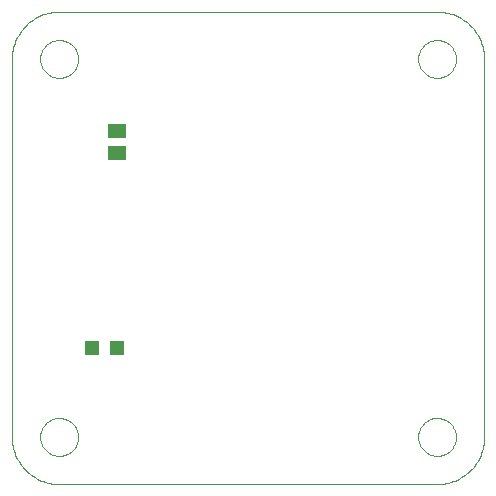
<source format=gtp>
G75*
G70*
%OFA0B0*%
%FSLAX24Y24*%
%IPPOS*%
%LPD*%
%AMOC8*
5,1,8,0,0,1.08239X$1,22.5*
%
%ADD10R,0.0472X0.0472*%
%ADD11R,0.0591X0.0512*%
%ADD12C,0.0000*%
D10*
X008286Y007948D03*
X009113Y007948D03*
D11*
X009104Y014442D03*
X009104Y015190D03*
D12*
X005612Y017589D02*
X005612Y004990D01*
X006557Y004990D02*
X006559Y005040D01*
X006565Y005090D01*
X006575Y005139D01*
X006589Y005187D01*
X006606Y005234D01*
X006627Y005279D01*
X006652Y005323D01*
X006680Y005364D01*
X006712Y005403D01*
X006746Y005440D01*
X006783Y005474D01*
X006823Y005504D01*
X006865Y005531D01*
X006909Y005555D01*
X006955Y005576D01*
X007002Y005592D01*
X007050Y005605D01*
X007100Y005614D01*
X007149Y005619D01*
X007200Y005620D01*
X007250Y005617D01*
X007299Y005610D01*
X007348Y005599D01*
X007396Y005584D01*
X007442Y005566D01*
X007487Y005544D01*
X007530Y005518D01*
X007571Y005489D01*
X007610Y005457D01*
X007646Y005422D01*
X007678Y005384D01*
X007708Y005344D01*
X007735Y005301D01*
X007758Y005257D01*
X007777Y005211D01*
X007793Y005163D01*
X007805Y005114D01*
X007813Y005065D01*
X007817Y005015D01*
X007817Y004965D01*
X007813Y004915D01*
X007805Y004866D01*
X007793Y004817D01*
X007777Y004769D01*
X007758Y004723D01*
X007735Y004679D01*
X007708Y004636D01*
X007678Y004596D01*
X007646Y004558D01*
X007610Y004523D01*
X007571Y004491D01*
X007530Y004462D01*
X007487Y004436D01*
X007442Y004414D01*
X007396Y004396D01*
X007348Y004381D01*
X007299Y004370D01*
X007250Y004363D01*
X007200Y004360D01*
X007149Y004361D01*
X007100Y004366D01*
X007050Y004375D01*
X007002Y004388D01*
X006955Y004404D01*
X006909Y004425D01*
X006865Y004449D01*
X006823Y004476D01*
X006783Y004506D01*
X006746Y004540D01*
X006712Y004577D01*
X006680Y004616D01*
X006652Y004657D01*
X006627Y004701D01*
X006606Y004746D01*
X006589Y004793D01*
X006575Y004841D01*
X006565Y004890D01*
X006559Y004940D01*
X006557Y004990D01*
X005612Y004990D02*
X005614Y004913D01*
X005620Y004836D01*
X005629Y004759D01*
X005642Y004683D01*
X005659Y004607D01*
X005680Y004533D01*
X005704Y004459D01*
X005732Y004387D01*
X005763Y004317D01*
X005798Y004248D01*
X005836Y004180D01*
X005877Y004115D01*
X005922Y004052D01*
X005970Y003991D01*
X006020Y003932D01*
X006073Y003876D01*
X006129Y003823D01*
X006188Y003773D01*
X006249Y003725D01*
X006312Y003680D01*
X006377Y003639D01*
X006445Y003601D01*
X006514Y003566D01*
X006584Y003535D01*
X006656Y003507D01*
X006730Y003483D01*
X006804Y003462D01*
X006880Y003445D01*
X006956Y003432D01*
X007033Y003423D01*
X007110Y003417D01*
X007187Y003415D01*
X007187Y003416D02*
X019785Y003416D01*
X019155Y004990D02*
X019157Y005040D01*
X019163Y005090D01*
X019173Y005139D01*
X019187Y005187D01*
X019204Y005234D01*
X019225Y005279D01*
X019250Y005323D01*
X019278Y005364D01*
X019310Y005403D01*
X019344Y005440D01*
X019381Y005474D01*
X019421Y005504D01*
X019463Y005531D01*
X019507Y005555D01*
X019553Y005576D01*
X019600Y005592D01*
X019648Y005605D01*
X019698Y005614D01*
X019747Y005619D01*
X019798Y005620D01*
X019848Y005617D01*
X019897Y005610D01*
X019946Y005599D01*
X019994Y005584D01*
X020040Y005566D01*
X020085Y005544D01*
X020128Y005518D01*
X020169Y005489D01*
X020208Y005457D01*
X020244Y005422D01*
X020276Y005384D01*
X020306Y005344D01*
X020333Y005301D01*
X020356Y005257D01*
X020375Y005211D01*
X020391Y005163D01*
X020403Y005114D01*
X020411Y005065D01*
X020415Y005015D01*
X020415Y004965D01*
X020411Y004915D01*
X020403Y004866D01*
X020391Y004817D01*
X020375Y004769D01*
X020356Y004723D01*
X020333Y004679D01*
X020306Y004636D01*
X020276Y004596D01*
X020244Y004558D01*
X020208Y004523D01*
X020169Y004491D01*
X020128Y004462D01*
X020085Y004436D01*
X020040Y004414D01*
X019994Y004396D01*
X019946Y004381D01*
X019897Y004370D01*
X019848Y004363D01*
X019798Y004360D01*
X019747Y004361D01*
X019698Y004366D01*
X019648Y004375D01*
X019600Y004388D01*
X019553Y004404D01*
X019507Y004425D01*
X019463Y004449D01*
X019421Y004476D01*
X019381Y004506D01*
X019344Y004540D01*
X019310Y004577D01*
X019278Y004616D01*
X019250Y004657D01*
X019225Y004701D01*
X019204Y004746D01*
X019187Y004793D01*
X019173Y004841D01*
X019163Y004890D01*
X019157Y004940D01*
X019155Y004990D01*
X019785Y003415D02*
X019862Y003417D01*
X019939Y003423D01*
X020016Y003432D01*
X020092Y003445D01*
X020168Y003462D01*
X020242Y003483D01*
X020316Y003507D01*
X020388Y003535D01*
X020458Y003566D01*
X020527Y003601D01*
X020595Y003639D01*
X020660Y003680D01*
X020723Y003725D01*
X020784Y003773D01*
X020843Y003823D01*
X020899Y003876D01*
X020952Y003932D01*
X021002Y003991D01*
X021050Y004052D01*
X021095Y004115D01*
X021136Y004180D01*
X021174Y004248D01*
X021209Y004317D01*
X021240Y004387D01*
X021268Y004459D01*
X021292Y004533D01*
X021313Y004607D01*
X021330Y004683D01*
X021343Y004759D01*
X021352Y004836D01*
X021358Y004913D01*
X021360Y004990D01*
X021360Y017589D01*
X019155Y017589D02*
X019157Y017639D01*
X019163Y017689D01*
X019173Y017738D01*
X019187Y017786D01*
X019204Y017833D01*
X019225Y017878D01*
X019250Y017922D01*
X019278Y017963D01*
X019310Y018002D01*
X019344Y018039D01*
X019381Y018073D01*
X019421Y018103D01*
X019463Y018130D01*
X019507Y018154D01*
X019553Y018175D01*
X019600Y018191D01*
X019648Y018204D01*
X019698Y018213D01*
X019747Y018218D01*
X019798Y018219D01*
X019848Y018216D01*
X019897Y018209D01*
X019946Y018198D01*
X019994Y018183D01*
X020040Y018165D01*
X020085Y018143D01*
X020128Y018117D01*
X020169Y018088D01*
X020208Y018056D01*
X020244Y018021D01*
X020276Y017983D01*
X020306Y017943D01*
X020333Y017900D01*
X020356Y017856D01*
X020375Y017810D01*
X020391Y017762D01*
X020403Y017713D01*
X020411Y017664D01*
X020415Y017614D01*
X020415Y017564D01*
X020411Y017514D01*
X020403Y017465D01*
X020391Y017416D01*
X020375Y017368D01*
X020356Y017322D01*
X020333Y017278D01*
X020306Y017235D01*
X020276Y017195D01*
X020244Y017157D01*
X020208Y017122D01*
X020169Y017090D01*
X020128Y017061D01*
X020085Y017035D01*
X020040Y017013D01*
X019994Y016995D01*
X019946Y016980D01*
X019897Y016969D01*
X019848Y016962D01*
X019798Y016959D01*
X019747Y016960D01*
X019698Y016965D01*
X019648Y016974D01*
X019600Y016987D01*
X019553Y017003D01*
X019507Y017024D01*
X019463Y017048D01*
X019421Y017075D01*
X019381Y017105D01*
X019344Y017139D01*
X019310Y017176D01*
X019278Y017215D01*
X019250Y017256D01*
X019225Y017300D01*
X019204Y017345D01*
X019187Y017392D01*
X019173Y017440D01*
X019163Y017489D01*
X019157Y017539D01*
X019155Y017589D01*
X019785Y019164D02*
X019862Y019162D01*
X019939Y019156D01*
X020016Y019147D01*
X020092Y019134D01*
X020168Y019117D01*
X020242Y019096D01*
X020316Y019072D01*
X020388Y019044D01*
X020458Y019013D01*
X020527Y018978D01*
X020595Y018940D01*
X020660Y018899D01*
X020723Y018854D01*
X020784Y018806D01*
X020843Y018756D01*
X020899Y018703D01*
X020952Y018647D01*
X021002Y018588D01*
X021050Y018527D01*
X021095Y018464D01*
X021136Y018399D01*
X021174Y018331D01*
X021209Y018262D01*
X021240Y018192D01*
X021268Y018120D01*
X021292Y018046D01*
X021313Y017972D01*
X021330Y017896D01*
X021343Y017820D01*
X021352Y017743D01*
X021358Y017666D01*
X021360Y017589D01*
X019785Y019164D02*
X007187Y019164D01*
X006557Y017589D02*
X006559Y017639D01*
X006565Y017689D01*
X006575Y017738D01*
X006589Y017786D01*
X006606Y017833D01*
X006627Y017878D01*
X006652Y017922D01*
X006680Y017963D01*
X006712Y018002D01*
X006746Y018039D01*
X006783Y018073D01*
X006823Y018103D01*
X006865Y018130D01*
X006909Y018154D01*
X006955Y018175D01*
X007002Y018191D01*
X007050Y018204D01*
X007100Y018213D01*
X007149Y018218D01*
X007200Y018219D01*
X007250Y018216D01*
X007299Y018209D01*
X007348Y018198D01*
X007396Y018183D01*
X007442Y018165D01*
X007487Y018143D01*
X007530Y018117D01*
X007571Y018088D01*
X007610Y018056D01*
X007646Y018021D01*
X007678Y017983D01*
X007708Y017943D01*
X007735Y017900D01*
X007758Y017856D01*
X007777Y017810D01*
X007793Y017762D01*
X007805Y017713D01*
X007813Y017664D01*
X007817Y017614D01*
X007817Y017564D01*
X007813Y017514D01*
X007805Y017465D01*
X007793Y017416D01*
X007777Y017368D01*
X007758Y017322D01*
X007735Y017278D01*
X007708Y017235D01*
X007678Y017195D01*
X007646Y017157D01*
X007610Y017122D01*
X007571Y017090D01*
X007530Y017061D01*
X007487Y017035D01*
X007442Y017013D01*
X007396Y016995D01*
X007348Y016980D01*
X007299Y016969D01*
X007250Y016962D01*
X007200Y016959D01*
X007149Y016960D01*
X007100Y016965D01*
X007050Y016974D01*
X007002Y016987D01*
X006955Y017003D01*
X006909Y017024D01*
X006865Y017048D01*
X006823Y017075D01*
X006783Y017105D01*
X006746Y017139D01*
X006712Y017176D01*
X006680Y017215D01*
X006652Y017256D01*
X006627Y017300D01*
X006606Y017345D01*
X006589Y017392D01*
X006575Y017440D01*
X006565Y017489D01*
X006559Y017539D01*
X006557Y017589D01*
X005612Y017589D02*
X005614Y017666D01*
X005620Y017743D01*
X005629Y017820D01*
X005642Y017896D01*
X005659Y017972D01*
X005680Y018046D01*
X005704Y018120D01*
X005732Y018192D01*
X005763Y018262D01*
X005798Y018331D01*
X005836Y018399D01*
X005877Y018464D01*
X005922Y018527D01*
X005970Y018588D01*
X006020Y018647D01*
X006073Y018703D01*
X006129Y018756D01*
X006188Y018806D01*
X006249Y018854D01*
X006312Y018899D01*
X006377Y018940D01*
X006445Y018978D01*
X006514Y019013D01*
X006584Y019044D01*
X006656Y019072D01*
X006730Y019096D01*
X006804Y019117D01*
X006880Y019134D01*
X006956Y019147D01*
X007033Y019156D01*
X007110Y019162D01*
X007187Y019164D01*
M02*

</source>
